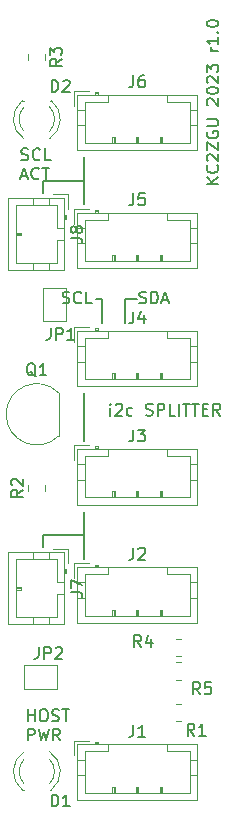
<source format=gbr>
%TF.GenerationSoftware,KiCad,Pcbnew,7.0.2*%
%TF.CreationDate,2023-07-26T10:45:46-04:00*%
%TF.ProjectId,i2csplitter,69326373-706c-4697-9474-65722e6b6963,rev?*%
%TF.SameCoordinates,Original*%
%TF.FileFunction,Legend,Top*%
%TF.FilePolarity,Positive*%
%FSLAX46Y46*%
G04 Gerber Fmt 4.6, Leading zero omitted, Abs format (unit mm)*
G04 Created by KiCad (PCBNEW 7.0.2) date 2023-07-26 10:45:46*
%MOMM*%
%LPD*%
G01*
G04 APERTURE LIST*
%ADD10C,0.150000*%
%ADD11C,0.120000*%
G04 APERTURE END LIST*
D10*
X115000000Y-65500000D02*
X114000000Y-65500000D01*
X107000000Y-55500000D02*
X110500000Y-55500000D01*
X112000000Y-65500000D02*
X112000000Y-67500000D01*
X110500000Y-57500000D02*
X110500000Y-53500000D01*
X107000000Y-85500000D02*
X107000000Y-86500000D01*
X114000000Y-65500000D02*
X114000000Y-67500000D01*
X110500000Y-85500000D02*
X107000000Y-85500000D01*
X111500000Y-65500000D02*
X112000000Y-65500000D01*
X110500000Y-87500000D02*
X110500000Y-83500000D01*
X110500000Y-77500000D02*
X110500000Y-73500000D01*
X107000000Y-56500000D02*
X107000000Y-55500000D01*
X115190476Y-65830000D02*
X115333333Y-65877619D01*
X115333333Y-65877619D02*
X115571428Y-65877619D01*
X115571428Y-65877619D02*
X115666666Y-65830000D01*
X115666666Y-65830000D02*
X115714285Y-65782380D01*
X115714285Y-65782380D02*
X115761904Y-65687142D01*
X115761904Y-65687142D02*
X115761904Y-65591904D01*
X115761904Y-65591904D02*
X115714285Y-65496666D01*
X115714285Y-65496666D02*
X115666666Y-65449047D01*
X115666666Y-65449047D02*
X115571428Y-65401428D01*
X115571428Y-65401428D02*
X115380952Y-65353809D01*
X115380952Y-65353809D02*
X115285714Y-65306190D01*
X115285714Y-65306190D02*
X115238095Y-65258571D01*
X115238095Y-65258571D02*
X115190476Y-65163333D01*
X115190476Y-65163333D02*
X115190476Y-65068095D01*
X115190476Y-65068095D02*
X115238095Y-64972857D01*
X115238095Y-64972857D02*
X115285714Y-64925238D01*
X115285714Y-64925238D02*
X115380952Y-64877619D01*
X115380952Y-64877619D02*
X115619047Y-64877619D01*
X115619047Y-64877619D02*
X115761904Y-64925238D01*
X116190476Y-65877619D02*
X116190476Y-64877619D01*
X116190476Y-64877619D02*
X116428571Y-64877619D01*
X116428571Y-64877619D02*
X116571428Y-64925238D01*
X116571428Y-64925238D02*
X116666666Y-65020476D01*
X116666666Y-65020476D02*
X116714285Y-65115714D01*
X116714285Y-65115714D02*
X116761904Y-65306190D01*
X116761904Y-65306190D02*
X116761904Y-65449047D01*
X116761904Y-65449047D02*
X116714285Y-65639523D01*
X116714285Y-65639523D02*
X116666666Y-65734761D01*
X116666666Y-65734761D02*
X116571428Y-65830000D01*
X116571428Y-65830000D02*
X116428571Y-65877619D01*
X116428571Y-65877619D02*
X116190476Y-65877619D01*
X117142857Y-65591904D02*
X117619047Y-65591904D01*
X117047619Y-65877619D02*
X117380952Y-64877619D01*
X117380952Y-64877619D02*
X117714285Y-65877619D01*
X108690476Y-65830000D02*
X108833333Y-65877619D01*
X108833333Y-65877619D02*
X109071428Y-65877619D01*
X109071428Y-65877619D02*
X109166666Y-65830000D01*
X109166666Y-65830000D02*
X109214285Y-65782380D01*
X109214285Y-65782380D02*
X109261904Y-65687142D01*
X109261904Y-65687142D02*
X109261904Y-65591904D01*
X109261904Y-65591904D02*
X109214285Y-65496666D01*
X109214285Y-65496666D02*
X109166666Y-65449047D01*
X109166666Y-65449047D02*
X109071428Y-65401428D01*
X109071428Y-65401428D02*
X108880952Y-65353809D01*
X108880952Y-65353809D02*
X108785714Y-65306190D01*
X108785714Y-65306190D02*
X108738095Y-65258571D01*
X108738095Y-65258571D02*
X108690476Y-65163333D01*
X108690476Y-65163333D02*
X108690476Y-65068095D01*
X108690476Y-65068095D02*
X108738095Y-64972857D01*
X108738095Y-64972857D02*
X108785714Y-64925238D01*
X108785714Y-64925238D02*
X108880952Y-64877619D01*
X108880952Y-64877619D02*
X109119047Y-64877619D01*
X109119047Y-64877619D02*
X109261904Y-64925238D01*
X110261904Y-65782380D02*
X110214285Y-65830000D01*
X110214285Y-65830000D02*
X110071428Y-65877619D01*
X110071428Y-65877619D02*
X109976190Y-65877619D01*
X109976190Y-65877619D02*
X109833333Y-65830000D01*
X109833333Y-65830000D02*
X109738095Y-65734761D01*
X109738095Y-65734761D02*
X109690476Y-65639523D01*
X109690476Y-65639523D02*
X109642857Y-65449047D01*
X109642857Y-65449047D02*
X109642857Y-65306190D01*
X109642857Y-65306190D02*
X109690476Y-65115714D01*
X109690476Y-65115714D02*
X109738095Y-65020476D01*
X109738095Y-65020476D02*
X109833333Y-64925238D01*
X109833333Y-64925238D02*
X109976190Y-64877619D01*
X109976190Y-64877619D02*
X110071428Y-64877619D01*
X110071428Y-64877619D02*
X110214285Y-64925238D01*
X110214285Y-64925238D02*
X110261904Y-64972857D01*
X111166666Y-65877619D02*
X110690476Y-65877619D01*
X110690476Y-65877619D02*
X110690476Y-64877619D01*
X105190476Y-53710000D02*
X105333333Y-53757619D01*
X105333333Y-53757619D02*
X105571428Y-53757619D01*
X105571428Y-53757619D02*
X105666666Y-53710000D01*
X105666666Y-53710000D02*
X105714285Y-53662380D01*
X105714285Y-53662380D02*
X105761904Y-53567142D01*
X105761904Y-53567142D02*
X105761904Y-53471904D01*
X105761904Y-53471904D02*
X105714285Y-53376666D01*
X105714285Y-53376666D02*
X105666666Y-53329047D01*
X105666666Y-53329047D02*
X105571428Y-53281428D01*
X105571428Y-53281428D02*
X105380952Y-53233809D01*
X105380952Y-53233809D02*
X105285714Y-53186190D01*
X105285714Y-53186190D02*
X105238095Y-53138571D01*
X105238095Y-53138571D02*
X105190476Y-53043333D01*
X105190476Y-53043333D02*
X105190476Y-52948095D01*
X105190476Y-52948095D02*
X105238095Y-52852857D01*
X105238095Y-52852857D02*
X105285714Y-52805238D01*
X105285714Y-52805238D02*
X105380952Y-52757619D01*
X105380952Y-52757619D02*
X105619047Y-52757619D01*
X105619047Y-52757619D02*
X105761904Y-52805238D01*
X106761904Y-53662380D02*
X106714285Y-53710000D01*
X106714285Y-53710000D02*
X106571428Y-53757619D01*
X106571428Y-53757619D02*
X106476190Y-53757619D01*
X106476190Y-53757619D02*
X106333333Y-53710000D01*
X106333333Y-53710000D02*
X106238095Y-53614761D01*
X106238095Y-53614761D02*
X106190476Y-53519523D01*
X106190476Y-53519523D02*
X106142857Y-53329047D01*
X106142857Y-53329047D02*
X106142857Y-53186190D01*
X106142857Y-53186190D02*
X106190476Y-52995714D01*
X106190476Y-52995714D02*
X106238095Y-52900476D01*
X106238095Y-52900476D02*
X106333333Y-52805238D01*
X106333333Y-52805238D02*
X106476190Y-52757619D01*
X106476190Y-52757619D02*
X106571428Y-52757619D01*
X106571428Y-52757619D02*
X106714285Y-52805238D01*
X106714285Y-52805238D02*
X106761904Y-52852857D01*
X107666666Y-53757619D02*
X107190476Y-53757619D01*
X107190476Y-53757619D02*
X107190476Y-52757619D01*
X105190476Y-55091904D02*
X105666666Y-55091904D01*
X105095238Y-55377619D02*
X105428571Y-54377619D01*
X105428571Y-54377619D02*
X105761904Y-55377619D01*
X106666666Y-55282380D02*
X106619047Y-55330000D01*
X106619047Y-55330000D02*
X106476190Y-55377619D01*
X106476190Y-55377619D02*
X106380952Y-55377619D01*
X106380952Y-55377619D02*
X106238095Y-55330000D01*
X106238095Y-55330000D02*
X106142857Y-55234761D01*
X106142857Y-55234761D02*
X106095238Y-55139523D01*
X106095238Y-55139523D02*
X106047619Y-54949047D01*
X106047619Y-54949047D02*
X106047619Y-54806190D01*
X106047619Y-54806190D02*
X106095238Y-54615714D01*
X106095238Y-54615714D02*
X106142857Y-54520476D01*
X106142857Y-54520476D02*
X106238095Y-54425238D01*
X106238095Y-54425238D02*
X106380952Y-54377619D01*
X106380952Y-54377619D02*
X106476190Y-54377619D01*
X106476190Y-54377619D02*
X106619047Y-54425238D01*
X106619047Y-54425238D02*
X106666666Y-54472857D01*
X106952381Y-54377619D02*
X107523809Y-54377619D01*
X107238095Y-55377619D02*
X107238095Y-54377619D01*
X105738095Y-101257619D02*
X105738095Y-100257619D01*
X105738095Y-100733809D02*
X106309523Y-100733809D01*
X106309523Y-101257619D02*
X106309523Y-100257619D01*
X106976190Y-100257619D02*
X107166666Y-100257619D01*
X107166666Y-100257619D02*
X107261904Y-100305238D01*
X107261904Y-100305238D02*
X107357142Y-100400476D01*
X107357142Y-100400476D02*
X107404761Y-100590952D01*
X107404761Y-100590952D02*
X107404761Y-100924285D01*
X107404761Y-100924285D02*
X107357142Y-101114761D01*
X107357142Y-101114761D02*
X107261904Y-101210000D01*
X107261904Y-101210000D02*
X107166666Y-101257619D01*
X107166666Y-101257619D02*
X106976190Y-101257619D01*
X106976190Y-101257619D02*
X106880952Y-101210000D01*
X106880952Y-101210000D02*
X106785714Y-101114761D01*
X106785714Y-101114761D02*
X106738095Y-100924285D01*
X106738095Y-100924285D02*
X106738095Y-100590952D01*
X106738095Y-100590952D02*
X106785714Y-100400476D01*
X106785714Y-100400476D02*
X106880952Y-100305238D01*
X106880952Y-100305238D02*
X106976190Y-100257619D01*
X107785714Y-101210000D02*
X107928571Y-101257619D01*
X107928571Y-101257619D02*
X108166666Y-101257619D01*
X108166666Y-101257619D02*
X108261904Y-101210000D01*
X108261904Y-101210000D02*
X108309523Y-101162380D01*
X108309523Y-101162380D02*
X108357142Y-101067142D01*
X108357142Y-101067142D02*
X108357142Y-100971904D01*
X108357142Y-100971904D02*
X108309523Y-100876666D01*
X108309523Y-100876666D02*
X108261904Y-100829047D01*
X108261904Y-100829047D02*
X108166666Y-100781428D01*
X108166666Y-100781428D02*
X107976190Y-100733809D01*
X107976190Y-100733809D02*
X107880952Y-100686190D01*
X107880952Y-100686190D02*
X107833333Y-100638571D01*
X107833333Y-100638571D02*
X107785714Y-100543333D01*
X107785714Y-100543333D02*
X107785714Y-100448095D01*
X107785714Y-100448095D02*
X107833333Y-100352857D01*
X107833333Y-100352857D02*
X107880952Y-100305238D01*
X107880952Y-100305238D02*
X107976190Y-100257619D01*
X107976190Y-100257619D02*
X108214285Y-100257619D01*
X108214285Y-100257619D02*
X108357142Y-100305238D01*
X108642857Y-100257619D02*
X109214285Y-100257619D01*
X108928571Y-101257619D02*
X108928571Y-100257619D01*
X105738095Y-102877619D02*
X105738095Y-101877619D01*
X105738095Y-101877619D02*
X106119047Y-101877619D01*
X106119047Y-101877619D02*
X106214285Y-101925238D01*
X106214285Y-101925238D02*
X106261904Y-101972857D01*
X106261904Y-101972857D02*
X106309523Y-102068095D01*
X106309523Y-102068095D02*
X106309523Y-102210952D01*
X106309523Y-102210952D02*
X106261904Y-102306190D01*
X106261904Y-102306190D02*
X106214285Y-102353809D01*
X106214285Y-102353809D02*
X106119047Y-102401428D01*
X106119047Y-102401428D02*
X105738095Y-102401428D01*
X106642857Y-101877619D02*
X106880952Y-102877619D01*
X106880952Y-102877619D02*
X107071428Y-102163333D01*
X107071428Y-102163333D02*
X107261904Y-102877619D01*
X107261904Y-102877619D02*
X107500000Y-101877619D01*
X108452380Y-102877619D02*
X108119047Y-102401428D01*
X107880952Y-102877619D02*
X107880952Y-101877619D01*
X107880952Y-101877619D02*
X108261904Y-101877619D01*
X108261904Y-101877619D02*
X108357142Y-101925238D01*
X108357142Y-101925238D02*
X108404761Y-101972857D01*
X108404761Y-101972857D02*
X108452380Y-102068095D01*
X108452380Y-102068095D02*
X108452380Y-102210952D01*
X108452380Y-102210952D02*
X108404761Y-102306190D01*
X108404761Y-102306190D02*
X108357142Y-102353809D01*
X108357142Y-102353809D02*
X108261904Y-102401428D01*
X108261904Y-102401428D02*
X107880952Y-102401428D01*
X112738095Y-75377619D02*
X112738095Y-74710952D01*
X112738095Y-74377619D02*
X112690476Y-74425238D01*
X112690476Y-74425238D02*
X112738095Y-74472857D01*
X112738095Y-74472857D02*
X112785714Y-74425238D01*
X112785714Y-74425238D02*
X112738095Y-74377619D01*
X112738095Y-74377619D02*
X112738095Y-74472857D01*
X113166666Y-74472857D02*
X113214285Y-74425238D01*
X113214285Y-74425238D02*
X113309523Y-74377619D01*
X113309523Y-74377619D02*
X113547618Y-74377619D01*
X113547618Y-74377619D02*
X113642856Y-74425238D01*
X113642856Y-74425238D02*
X113690475Y-74472857D01*
X113690475Y-74472857D02*
X113738094Y-74568095D01*
X113738094Y-74568095D02*
X113738094Y-74663333D01*
X113738094Y-74663333D02*
X113690475Y-74806190D01*
X113690475Y-74806190D02*
X113119047Y-75377619D01*
X113119047Y-75377619D02*
X113738094Y-75377619D01*
X114595237Y-75330000D02*
X114499999Y-75377619D01*
X114499999Y-75377619D02*
X114309523Y-75377619D01*
X114309523Y-75377619D02*
X114214285Y-75330000D01*
X114214285Y-75330000D02*
X114166666Y-75282380D01*
X114166666Y-75282380D02*
X114119047Y-75187142D01*
X114119047Y-75187142D02*
X114119047Y-74901428D01*
X114119047Y-74901428D02*
X114166666Y-74806190D01*
X114166666Y-74806190D02*
X114214285Y-74758571D01*
X114214285Y-74758571D02*
X114309523Y-74710952D01*
X114309523Y-74710952D02*
X114499999Y-74710952D01*
X114499999Y-74710952D02*
X114595237Y-74758571D01*
X115738095Y-75330000D02*
X115880952Y-75377619D01*
X115880952Y-75377619D02*
X116119047Y-75377619D01*
X116119047Y-75377619D02*
X116214285Y-75330000D01*
X116214285Y-75330000D02*
X116261904Y-75282380D01*
X116261904Y-75282380D02*
X116309523Y-75187142D01*
X116309523Y-75187142D02*
X116309523Y-75091904D01*
X116309523Y-75091904D02*
X116261904Y-74996666D01*
X116261904Y-74996666D02*
X116214285Y-74949047D01*
X116214285Y-74949047D02*
X116119047Y-74901428D01*
X116119047Y-74901428D02*
X115928571Y-74853809D01*
X115928571Y-74853809D02*
X115833333Y-74806190D01*
X115833333Y-74806190D02*
X115785714Y-74758571D01*
X115785714Y-74758571D02*
X115738095Y-74663333D01*
X115738095Y-74663333D02*
X115738095Y-74568095D01*
X115738095Y-74568095D02*
X115785714Y-74472857D01*
X115785714Y-74472857D02*
X115833333Y-74425238D01*
X115833333Y-74425238D02*
X115928571Y-74377619D01*
X115928571Y-74377619D02*
X116166666Y-74377619D01*
X116166666Y-74377619D02*
X116309523Y-74425238D01*
X116738095Y-75377619D02*
X116738095Y-74377619D01*
X116738095Y-74377619D02*
X117119047Y-74377619D01*
X117119047Y-74377619D02*
X117214285Y-74425238D01*
X117214285Y-74425238D02*
X117261904Y-74472857D01*
X117261904Y-74472857D02*
X117309523Y-74568095D01*
X117309523Y-74568095D02*
X117309523Y-74710952D01*
X117309523Y-74710952D02*
X117261904Y-74806190D01*
X117261904Y-74806190D02*
X117214285Y-74853809D01*
X117214285Y-74853809D02*
X117119047Y-74901428D01*
X117119047Y-74901428D02*
X116738095Y-74901428D01*
X118214285Y-75377619D02*
X117738095Y-75377619D01*
X117738095Y-75377619D02*
X117738095Y-74377619D01*
X118547619Y-75377619D02*
X118547619Y-74377619D01*
X118880952Y-74377619D02*
X119452380Y-74377619D01*
X119166666Y-75377619D02*
X119166666Y-74377619D01*
X119642857Y-74377619D02*
X120214285Y-74377619D01*
X119928571Y-75377619D02*
X119928571Y-74377619D01*
X120547619Y-74853809D02*
X120880952Y-74853809D01*
X121023809Y-75377619D02*
X120547619Y-75377619D01*
X120547619Y-75377619D02*
X120547619Y-74377619D01*
X120547619Y-74377619D02*
X121023809Y-74377619D01*
X122023809Y-75377619D02*
X121690476Y-74901428D01*
X121452381Y-75377619D02*
X121452381Y-74377619D01*
X121452381Y-74377619D02*
X121833333Y-74377619D01*
X121833333Y-74377619D02*
X121928571Y-74425238D01*
X121928571Y-74425238D02*
X121976190Y-74472857D01*
X121976190Y-74472857D02*
X122023809Y-74568095D01*
X122023809Y-74568095D02*
X122023809Y-74710952D01*
X122023809Y-74710952D02*
X121976190Y-74806190D01*
X121976190Y-74806190D02*
X121928571Y-74853809D01*
X121928571Y-74853809D02*
X121833333Y-74901428D01*
X121833333Y-74901428D02*
X121452381Y-74901428D01*
X121877619Y-55761904D02*
X120877619Y-55761904D01*
X121877619Y-55190476D02*
X121306190Y-55619047D01*
X120877619Y-55190476D02*
X121449047Y-55761904D01*
X121782380Y-54190476D02*
X121830000Y-54238095D01*
X121830000Y-54238095D02*
X121877619Y-54380952D01*
X121877619Y-54380952D02*
X121877619Y-54476190D01*
X121877619Y-54476190D02*
X121830000Y-54619047D01*
X121830000Y-54619047D02*
X121734761Y-54714285D01*
X121734761Y-54714285D02*
X121639523Y-54761904D01*
X121639523Y-54761904D02*
X121449047Y-54809523D01*
X121449047Y-54809523D02*
X121306190Y-54809523D01*
X121306190Y-54809523D02*
X121115714Y-54761904D01*
X121115714Y-54761904D02*
X121020476Y-54714285D01*
X121020476Y-54714285D02*
X120925238Y-54619047D01*
X120925238Y-54619047D02*
X120877619Y-54476190D01*
X120877619Y-54476190D02*
X120877619Y-54380952D01*
X120877619Y-54380952D02*
X120925238Y-54238095D01*
X120925238Y-54238095D02*
X120972857Y-54190476D01*
X120972857Y-53809523D02*
X120925238Y-53761904D01*
X120925238Y-53761904D02*
X120877619Y-53666666D01*
X120877619Y-53666666D02*
X120877619Y-53428571D01*
X120877619Y-53428571D02*
X120925238Y-53333333D01*
X120925238Y-53333333D02*
X120972857Y-53285714D01*
X120972857Y-53285714D02*
X121068095Y-53238095D01*
X121068095Y-53238095D02*
X121163333Y-53238095D01*
X121163333Y-53238095D02*
X121306190Y-53285714D01*
X121306190Y-53285714D02*
X121877619Y-53857142D01*
X121877619Y-53857142D02*
X121877619Y-53238095D01*
X120877619Y-52904761D02*
X120877619Y-52238095D01*
X120877619Y-52238095D02*
X121877619Y-52904761D01*
X121877619Y-52904761D02*
X121877619Y-52238095D01*
X120925238Y-51333333D02*
X120877619Y-51428571D01*
X120877619Y-51428571D02*
X120877619Y-51571428D01*
X120877619Y-51571428D02*
X120925238Y-51714285D01*
X120925238Y-51714285D02*
X121020476Y-51809523D01*
X121020476Y-51809523D02*
X121115714Y-51857142D01*
X121115714Y-51857142D02*
X121306190Y-51904761D01*
X121306190Y-51904761D02*
X121449047Y-51904761D01*
X121449047Y-51904761D02*
X121639523Y-51857142D01*
X121639523Y-51857142D02*
X121734761Y-51809523D01*
X121734761Y-51809523D02*
X121830000Y-51714285D01*
X121830000Y-51714285D02*
X121877619Y-51571428D01*
X121877619Y-51571428D02*
X121877619Y-51476190D01*
X121877619Y-51476190D02*
X121830000Y-51333333D01*
X121830000Y-51333333D02*
X121782380Y-51285714D01*
X121782380Y-51285714D02*
X121449047Y-51285714D01*
X121449047Y-51285714D02*
X121449047Y-51476190D01*
X120877619Y-50857142D02*
X121687142Y-50857142D01*
X121687142Y-50857142D02*
X121782380Y-50809523D01*
X121782380Y-50809523D02*
X121830000Y-50761904D01*
X121830000Y-50761904D02*
X121877619Y-50666666D01*
X121877619Y-50666666D02*
X121877619Y-50476190D01*
X121877619Y-50476190D02*
X121830000Y-50380952D01*
X121830000Y-50380952D02*
X121782380Y-50333333D01*
X121782380Y-50333333D02*
X121687142Y-50285714D01*
X121687142Y-50285714D02*
X120877619Y-50285714D01*
X120972857Y-49095237D02*
X120925238Y-49047618D01*
X120925238Y-49047618D02*
X120877619Y-48952380D01*
X120877619Y-48952380D02*
X120877619Y-48714285D01*
X120877619Y-48714285D02*
X120925238Y-48619047D01*
X120925238Y-48619047D02*
X120972857Y-48571428D01*
X120972857Y-48571428D02*
X121068095Y-48523809D01*
X121068095Y-48523809D02*
X121163333Y-48523809D01*
X121163333Y-48523809D02*
X121306190Y-48571428D01*
X121306190Y-48571428D02*
X121877619Y-49142856D01*
X121877619Y-49142856D02*
X121877619Y-48523809D01*
X120877619Y-47904761D02*
X120877619Y-47809523D01*
X120877619Y-47809523D02*
X120925238Y-47714285D01*
X120925238Y-47714285D02*
X120972857Y-47666666D01*
X120972857Y-47666666D02*
X121068095Y-47619047D01*
X121068095Y-47619047D02*
X121258571Y-47571428D01*
X121258571Y-47571428D02*
X121496666Y-47571428D01*
X121496666Y-47571428D02*
X121687142Y-47619047D01*
X121687142Y-47619047D02*
X121782380Y-47666666D01*
X121782380Y-47666666D02*
X121830000Y-47714285D01*
X121830000Y-47714285D02*
X121877619Y-47809523D01*
X121877619Y-47809523D02*
X121877619Y-47904761D01*
X121877619Y-47904761D02*
X121830000Y-47999999D01*
X121830000Y-47999999D02*
X121782380Y-48047618D01*
X121782380Y-48047618D02*
X121687142Y-48095237D01*
X121687142Y-48095237D02*
X121496666Y-48142856D01*
X121496666Y-48142856D02*
X121258571Y-48142856D01*
X121258571Y-48142856D02*
X121068095Y-48095237D01*
X121068095Y-48095237D02*
X120972857Y-48047618D01*
X120972857Y-48047618D02*
X120925238Y-47999999D01*
X120925238Y-47999999D02*
X120877619Y-47904761D01*
X120972857Y-47190475D02*
X120925238Y-47142856D01*
X120925238Y-47142856D02*
X120877619Y-47047618D01*
X120877619Y-47047618D02*
X120877619Y-46809523D01*
X120877619Y-46809523D02*
X120925238Y-46714285D01*
X120925238Y-46714285D02*
X120972857Y-46666666D01*
X120972857Y-46666666D02*
X121068095Y-46619047D01*
X121068095Y-46619047D02*
X121163333Y-46619047D01*
X121163333Y-46619047D02*
X121306190Y-46666666D01*
X121306190Y-46666666D02*
X121877619Y-47238094D01*
X121877619Y-47238094D02*
X121877619Y-46619047D01*
X120877619Y-46285713D02*
X120877619Y-45666666D01*
X120877619Y-45666666D02*
X121258571Y-45999999D01*
X121258571Y-45999999D02*
X121258571Y-45857142D01*
X121258571Y-45857142D02*
X121306190Y-45761904D01*
X121306190Y-45761904D02*
X121353809Y-45714285D01*
X121353809Y-45714285D02*
X121449047Y-45666666D01*
X121449047Y-45666666D02*
X121687142Y-45666666D01*
X121687142Y-45666666D02*
X121782380Y-45714285D01*
X121782380Y-45714285D02*
X121830000Y-45761904D01*
X121830000Y-45761904D02*
X121877619Y-45857142D01*
X121877619Y-45857142D02*
X121877619Y-46142856D01*
X121877619Y-46142856D02*
X121830000Y-46238094D01*
X121830000Y-46238094D02*
X121782380Y-46285713D01*
X121877619Y-44476189D02*
X121210952Y-44476189D01*
X121401428Y-44476189D02*
X121306190Y-44428570D01*
X121306190Y-44428570D02*
X121258571Y-44380951D01*
X121258571Y-44380951D02*
X121210952Y-44285713D01*
X121210952Y-44285713D02*
X121210952Y-44190475D01*
X121877619Y-43333332D02*
X121877619Y-43904760D01*
X121877619Y-43619046D02*
X120877619Y-43619046D01*
X120877619Y-43619046D02*
X121020476Y-43714284D01*
X121020476Y-43714284D02*
X121115714Y-43809522D01*
X121115714Y-43809522D02*
X121163333Y-43904760D01*
X121782380Y-42904760D02*
X121830000Y-42857141D01*
X121830000Y-42857141D02*
X121877619Y-42904760D01*
X121877619Y-42904760D02*
X121830000Y-42952379D01*
X121830000Y-42952379D02*
X121782380Y-42904760D01*
X121782380Y-42904760D02*
X121877619Y-42904760D01*
X120877619Y-42238094D02*
X120877619Y-42142856D01*
X120877619Y-42142856D02*
X120925238Y-42047618D01*
X120925238Y-42047618D02*
X120972857Y-41999999D01*
X120972857Y-41999999D02*
X121068095Y-41952380D01*
X121068095Y-41952380D02*
X121258571Y-41904761D01*
X121258571Y-41904761D02*
X121496666Y-41904761D01*
X121496666Y-41904761D02*
X121687142Y-41952380D01*
X121687142Y-41952380D02*
X121782380Y-41999999D01*
X121782380Y-41999999D02*
X121830000Y-42047618D01*
X121830000Y-42047618D02*
X121877619Y-42142856D01*
X121877619Y-42142856D02*
X121877619Y-42238094D01*
X121877619Y-42238094D02*
X121830000Y-42333332D01*
X121830000Y-42333332D02*
X121782380Y-42380951D01*
X121782380Y-42380951D02*
X121687142Y-42428570D01*
X121687142Y-42428570D02*
X121496666Y-42476189D01*
X121496666Y-42476189D02*
X121258571Y-42476189D01*
X121258571Y-42476189D02*
X121068095Y-42428570D01*
X121068095Y-42428570D02*
X120972857Y-42380951D01*
X120972857Y-42380951D02*
X120925238Y-42333332D01*
X120925238Y-42333332D02*
X120877619Y-42238094D01*
%TO.C,J4*%
X114666666Y-66562619D02*
X114666666Y-67276904D01*
X114666666Y-67276904D02*
X114619047Y-67419761D01*
X114619047Y-67419761D02*
X114523809Y-67515000D01*
X114523809Y-67515000D02*
X114380952Y-67562619D01*
X114380952Y-67562619D02*
X114285714Y-67562619D01*
X115571428Y-66895952D02*
X115571428Y-67562619D01*
X115333333Y-66515000D02*
X115095238Y-67229285D01*
X115095238Y-67229285D02*
X115714285Y-67229285D01*
%TO.C,R5*%
X120333333Y-98962619D02*
X120000000Y-98486428D01*
X119761905Y-98962619D02*
X119761905Y-97962619D01*
X119761905Y-97962619D02*
X120142857Y-97962619D01*
X120142857Y-97962619D02*
X120238095Y-98010238D01*
X120238095Y-98010238D02*
X120285714Y-98057857D01*
X120285714Y-98057857D02*
X120333333Y-98153095D01*
X120333333Y-98153095D02*
X120333333Y-98295952D01*
X120333333Y-98295952D02*
X120285714Y-98391190D01*
X120285714Y-98391190D02*
X120238095Y-98438809D01*
X120238095Y-98438809D02*
X120142857Y-98486428D01*
X120142857Y-98486428D02*
X119761905Y-98486428D01*
X121238095Y-97962619D02*
X120761905Y-97962619D01*
X120761905Y-97962619D02*
X120714286Y-98438809D01*
X120714286Y-98438809D02*
X120761905Y-98391190D01*
X120761905Y-98391190D02*
X120857143Y-98343571D01*
X120857143Y-98343571D02*
X121095238Y-98343571D01*
X121095238Y-98343571D02*
X121190476Y-98391190D01*
X121190476Y-98391190D02*
X121238095Y-98438809D01*
X121238095Y-98438809D02*
X121285714Y-98534047D01*
X121285714Y-98534047D02*
X121285714Y-98772142D01*
X121285714Y-98772142D02*
X121238095Y-98867380D01*
X121238095Y-98867380D02*
X121190476Y-98915000D01*
X121190476Y-98915000D02*
X121095238Y-98962619D01*
X121095238Y-98962619D02*
X120857143Y-98962619D01*
X120857143Y-98962619D02*
X120761905Y-98915000D01*
X120761905Y-98915000D02*
X120714286Y-98867380D01*
%TO.C,D1*%
X107761905Y-108462619D02*
X107761905Y-107462619D01*
X107761905Y-107462619D02*
X108000000Y-107462619D01*
X108000000Y-107462619D02*
X108142857Y-107510238D01*
X108142857Y-107510238D02*
X108238095Y-107605476D01*
X108238095Y-107605476D02*
X108285714Y-107700714D01*
X108285714Y-107700714D02*
X108333333Y-107891190D01*
X108333333Y-107891190D02*
X108333333Y-108034047D01*
X108333333Y-108034047D02*
X108285714Y-108224523D01*
X108285714Y-108224523D02*
X108238095Y-108319761D01*
X108238095Y-108319761D02*
X108142857Y-108415000D01*
X108142857Y-108415000D02*
X108000000Y-108462619D01*
X108000000Y-108462619D02*
X107761905Y-108462619D01*
X109285714Y-108462619D02*
X108714286Y-108462619D01*
X109000000Y-108462619D02*
X109000000Y-107462619D01*
X109000000Y-107462619D02*
X108904762Y-107605476D01*
X108904762Y-107605476D02*
X108809524Y-107700714D01*
X108809524Y-107700714D02*
X108714286Y-107748333D01*
%TO.C,Q1*%
X106404761Y-72057857D02*
X106309523Y-72010238D01*
X106309523Y-72010238D02*
X106214285Y-71915000D01*
X106214285Y-71915000D02*
X106071428Y-71772142D01*
X106071428Y-71772142D02*
X105976190Y-71724523D01*
X105976190Y-71724523D02*
X105880952Y-71724523D01*
X105928571Y-71962619D02*
X105833333Y-71915000D01*
X105833333Y-71915000D02*
X105738095Y-71819761D01*
X105738095Y-71819761D02*
X105690476Y-71629285D01*
X105690476Y-71629285D02*
X105690476Y-71295952D01*
X105690476Y-71295952D02*
X105738095Y-71105476D01*
X105738095Y-71105476D02*
X105833333Y-71010238D01*
X105833333Y-71010238D02*
X105928571Y-70962619D01*
X105928571Y-70962619D02*
X106119047Y-70962619D01*
X106119047Y-70962619D02*
X106214285Y-71010238D01*
X106214285Y-71010238D02*
X106309523Y-71105476D01*
X106309523Y-71105476D02*
X106357142Y-71295952D01*
X106357142Y-71295952D02*
X106357142Y-71629285D01*
X106357142Y-71629285D02*
X106309523Y-71819761D01*
X106309523Y-71819761D02*
X106214285Y-71915000D01*
X106214285Y-71915000D02*
X106119047Y-71962619D01*
X106119047Y-71962619D02*
X105928571Y-71962619D01*
X107309523Y-71962619D02*
X106738095Y-71962619D01*
X107023809Y-71962619D02*
X107023809Y-70962619D01*
X107023809Y-70962619D02*
X106928571Y-71105476D01*
X106928571Y-71105476D02*
X106833333Y-71200714D01*
X106833333Y-71200714D02*
X106738095Y-71248333D01*
%TO.C,J5*%
X114666666Y-56562619D02*
X114666666Y-57276904D01*
X114666666Y-57276904D02*
X114619047Y-57419761D01*
X114619047Y-57419761D02*
X114523809Y-57515000D01*
X114523809Y-57515000D02*
X114380952Y-57562619D01*
X114380952Y-57562619D02*
X114285714Y-57562619D01*
X115619047Y-56562619D02*
X115142857Y-56562619D01*
X115142857Y-56562619D02*
X115095238Y-57038809D01*
X115095238Y-57038809D02*
X115142857Y-56991190D01*
X115142857Y-56991190D02*
X115238095Y-56943571D01*
X115238095Y-56943571D02*
X115476190Y-56943571D01*
X115476190Y-56943571D02*
X115571428Y-56991190D01*
X115571428Y-56991190D02*
X115619047Y-57038809D01*
X115619047Y-57038809D02*
X115666666Y-57134047D01*
X115666666Y-57134047D02*
X115666666Y-57372142D01*
X115666666Y-57372142D02*
X115619047Y-57467380D01*
X115619047Y-57467380D02*
X115571428Y-57515000D01*
X115571428Y-57515000D02*
X115476190Y-57562619D01*
X115476190Y-57562619D02*
X115238095Y-57562619D01*
X115238095Y-57562619D02*
X115142857Y-57515000D01*
X115142857Y-57515000D02*
X115095238Y-57467380D01*
%TO.C,R3*%
X108612619Y-45166666D02*
X108136428Y-45499999D01*
X108612619Y-45738094D02*
X107612619Y-45738094D01*
X107612619Y-45738094D02*
X107612619Y-45357142D01*
X107612619Y-45357142D02*
X107660238Y-45261904D01*
X107660238Y-45261904D02*
X107707857Y-45214285D01*
X107707857Y-45214285D02*
X107803095Y-45166666D01*
X107803095Y-45166666D02*
X107945952Y-45166666D01*
X107945952Y-45166666D02*
X108041190Y-45214285D01*
X108041190Y-45214285D02*
X108088809Y-45261904D01*
X108088809Y-45261904D02*
X108136428Y-45357142D01*
X108136428Y-45357142D02*
X108136428Y-45738094D01*
X107612619Y-44833332D02*
X107612619Y-44214285D01*
X107612619Y-44214285D02*
X107993571Y-44547618D01*
X107993571Y-44547618D02*
X107993571Y-44404761D01*
X107993571Y-44404761D02*
X108041190Y-44309523D01*
X108041190Y-44309523D02*
X108088809Y-44261904D01*
X108088809Y-44261904D02*
X108184047Y-44214285D01*
X108184047Y-44214285D02*
X108422142Y-44214285D01*
X108422142Y-44214285D02*
X108517380Y-44261904D01*
X108517380Y-44261904D02*
X108565000Y-44309523D01*
X108565000Y-44309523D02*
X108612619Y-44404761D01*
X108612619Y-44404761D02*
X108612619Y-44690475D01*
X108612619Y-44690475D02*
X108565000Y-44785713D01*
X108565000Y-44785713D02*
X108517380Y-44833332D01*
%TO.C,J8*%
X109362619Y-60333333D02*
X110076904Y-60333333D01*
X110076904Y-60333333D02*
X110219761Y-60380952D01*
X110219761Y-60380952D02*
X110315000Y-60476190D01*
X110315000Y-60476190D02*
X110362619Y-60619047D01*
X110362619Y-60619047D02*
X110362619Y-60714285D01*
X109791190Y-59714285D02*
X109743571Y-59809523D01*
X109743571Y-59809523D02*
X109695952Y-59857142D01*
X109695952Y-59857142D02*
X109600714Y-59904761D01*
X109600714Y-59904761D02*
X109553095Y-59904761D01*
X109553095Y-59904761D02*
X109457857Y-59857142D01*
X109457857Y-59857142D02*
X109410238Y-59809523D01*
X109410238Y-59809523D02*
X109362619Y-59714285D01*
X109362619Y-59714285D02*
X109362619Y-59523809D01*
X109362619Y-59523809D02*
X109410238Y-59428571D01*
X109410238Y-59428571D02*
X109457857Y-59380952D01*
X109457857Y-59380952D02*
X109553095Y-59333333D01*
X109553095Y-59333333D02*
X109600714Y-59333333D01*
X109600714Y-59333333D02*
X109695952Y-59380952D01*
X109695952Y-59380952D02*
X109743571Y-59428571D01*
X109743571Y-59428571D02*
X109791190Y-59523809D01*
X109791190Y-59523809D02*
X109791190Y-59714285D01*
X109791190Y-59714285D02*
X109838809Y-59809523D01*
X109838809Y-59809523D02*
X109886428Y-59857142D01*
X109886428Y-59857142D02*
X109981666Y-59904761D01*
X109981666Y-59904761D02*
X110172142Y-59904761D01*
X110172142Y-59904761D02*
X110267380Y-59857142D01*
X110267380Y-59857142D02*
X110315000Y-59809523D01*
X110315000Y-59809523D02*
X110362619Y-59714285D01*
X110362619Y-59714285D02*
X110362619Y-59523809D01*
X110362619Y-59523809D02*
X110315000Y-59428571D01*
X110315000Y-59428571D02*
X110267380Y-59380952D01*
X110267380Y-59380952D02*
X110172142Y-59333333D01*
X110172142Y-59333333D02*
X109981666Y-59333333D01*
X109981666Y-59333333D02*
X109886428Y-59380952D01*
X109886428Y-59380952D02*
X109838809Y-59428571D01*
X109838809Y-59428571D02*
X109791190Y-59523809D01*
%TO.C,D2*%
X107761905Y-47962619D02*
X107761905Y-46962619D01*
X107761905Y-46962619D02*
X108000000Y-46962619D01*
X108000000Y-46962619D02*
X108142857Y-47010238D01*
X108142857Y-47010238D02*
X108238095Y-47105476D01*
X108238095Y-47105476D02*
X108285714Y-47200714D01*
X108285714Y-47200714D02*
X108333333Y-47391190D01*
X108333333Y-47391190D02*
X108333333Y-47534047D01*
X108333333Y-47534047D02*
X108285714Y-47724523D01*
X108285714Y-47724523D02*
X108238095Y-47819761D01*
X108238095Y-47819761D02*
X108142857Y-47915000D01*
X108142857Y-47915000D02*
X108000000Y-47962619D01*
X108000000Y-47962619D02*
X107761905Y-47962619D01*
X108714286Y-47057857D02*
X108761905Y-47010238D01*
X108761905Y-47010238D02*
X108857143Y-46962619D01*
X108857143Y-46962619D02*
X109095238Y-46962619D01*
X109095238Y-46962619D02*
X109190476Y-47010238D01*
X109190476Y-47010238D02*
X109238095Y-47057857D01*
X109238095Y-47057857D02*
X109285714Y-47153095D01*
X109285714Y-47153095D02*
X109285714Y-47248333D01*
X109285714Y-47248333D02*
X109238095Y-47391190D01*
X109238095Y-47391190D02*
X108666667Y-47962619D01*
X108666667Y-47962619D02*
X109285714Y-47962619D01*
%TO.C,R4*%
X115333333Y-94962619D02*
X115000000Y-94486428D01*
X114761905Y-94962619D02*
X114761905Y-93962619D01*
X114761905Y-93962619D02*
X115142857Y-93962619D01*
X115142857Y-93962619D02*
X115238095Y-94010238D01*
X115238095Y-94010238D02*
X115285714Y-94057857D01*
X115285714Y-94057857D02*
X115333333Y-94153095D01*
X115333333Y-94153095D02*
X115333333Y-94295952D01*
X115333333Y-94295952D02*
X115285714Y-94391190D01*
X115285714Y-94391190D02*
X115238095Y-94438809D01*
X115238095Y-94438809D02*
X115142857Y-94486428D01*
X115142857Y-94486428D02*
X114761905Y-94486428D01*
X116190476Y-94295952D02*
X116190476Y-94962619D01*
X115952381Y-93915000D02*
X115714286Y-94629285D01*
X115714286Y-94629285D02*
X116333333Y-94629285D01*
%TO.C,J2*%
X114666666Y-86562619D02*
X114666666Y-87276904D01*
X114666666Y-87276904D02*
X114619047Y-87419761D01*
X114619047Y-87419761D02*
X114523809Y-87515000D01*
X114523809Y-87515000D02*
X114380952Y-87562619D01*
X114380952Y-87562619D02*
X114285714Y-87562619D01*
X115095238Y-86657857D02*
X115142857Y-86610238D01*
X115142857Y-86610238D02*
X115238095Y-86562619D01*
X115238095Y-86562619D02*
X115476190Y-86562619D01*
X115476190Y-86562619D02*
X115571428Y-86610238D01*
X115571428Y-86610238D02*
X115619047Y-86657857D01*
X115619047Y-86657857D02*
X115666666Y-86753095D01*
X115666666Y-86753095D02*
X115666666Y-86848333D01*
X115666666Y-86848333D02*
X115619047Y-86991190D01*
X115619047Y-86991190D02*
X115047619Y-87562619D01*
X115047619Y-87562619D02*
X115666666Y-87562619D01*
%TO.C,J7*%
X109362619Y-90333333D02*
X110076904Y-90333333D01*
X110076904Y-90333333D02*
X110219761Y-90380952D01*
X110219761Y-90380952D02*
X110315000Y-90476190D01*
X110315000Y-90476190D02*
X110362619Y-90619047D01*
X110362619Y-90619047D02*
X110362619Y-90714285D01*
X109362619Y-89952380D02*
X109362619Y-89285714D01*
X109362619Y-89285714D02*
X110362619Y-89714285D01*
%TO.C,R1*%
X119833333Y-102462619D02*
X119500000Y-101986428D01*
X119261905Y-102462619D02*
X119261905Y-101462619D01*
X119261905Y-101462619D02*
X119642857Y-101462619D01*
X119642857Y-101462619D02*
X119738095Y-101510238D01*
X119738095Y-101510238D02*
X119785714Y-101557857D01*
X119785714Y-101557857D02*
X119833333Y-101653095D01*
X119833333Y-101653095D02*
X119833333Y-101795952D01*
X119833333Y-101795952D02*
X119785714Y-101891190D01*
X119785714Y-101891190D02*
X119738095Y-101938809D01*
X119738095Y-101938809D02*
X119642857Y-101986428D01*
X119642857Y-101986428D02*
X119261905Y-101986428D01*
X120785714Y-102462619D02*
X120214286Y-102462619D01*
X120500000Y-102462619D02*
X120500000Y-101462619D01*
X120500000Y-101462619D02*
X120404762Y-101605476D01*
X120404762Y-101605476D02*
X120309524Y-101700714D01*
X120309524Y-101700714D02*
X120214286Y-101748333D01*
%TO.C,JP1*%
X107666666Y-67962619D02*
X107666666Y-68676904D01*
X107666666Y-68676904D02*
X107619047Y-68819761D01*
X107619047Y-68819761D02*
X107523809Y-68915000D01*
X107523809Y-68915000D02*
X107380952Y-68962619D01*
X107380952Y-68962619D02*
X107285714Y-68962619D01*
X108142857Y-68962619D02*
X108142857Y-67962619D01*
X108142857Y-67962619D02*
X108523809Y-67962619D01*
X108523809Y-67962619D02*
X108619047Y-68010238D01*
X108619047Y-68010238D02*
X108666666Y-68057857D01*
X108666666Y-68057857D02*
X108714285Y-68153095D01*
X108714285Y-68153095D02*
X108714285Y-68295952D01*
X108714285Y-68295952D02*
X108666666Y-68391190D01*
X108666666Y-68391190D02*
X108619047Y-68438809D01*
X108619047Y-68438809D02*
X108523809Y-68486428D01*
X108523809Y-68486428D02*
X108142857Y-68486428D01*
X109666666Y-68962619D02*
X109095238Y-68962619D01*
X109380952Y-68962619D02*
X109380952Y-67962619D01*
X109380952Y-67962619D02*
X109285714Y-68105476D01*
X109285714Y-68105476D02*
X109190476Y-68200714D01*
X109190476Y-68200714D02*
X109095238Y-68248333D01*
%TO.C,R2*%
X105312619Y-81666666D02*
X104836428Y-81999999D01*
X105312619Y-82238094D02*
X104312619Y-82238094D01*
X104312619Y-82238094D02*
X104312619Y-81857142D01*
X104312619Y-81857142D02*
X104360238Y-81761904D01*
X104360238Y-81761904D02*
X104407857Y-81714285D01*
X104407857Y-81714285D02*
X104503095Y-81666666D01*
X104503095Y-81666666D02*
X104645952Y-81666666D01*
X104645952Y-81666666D02*
X104741190Y-81714285D01*
X104741190Y-81714285D02*
X104788809Y-81761904D01*
X104788809Y-81761904D02*
X104836428Y-81857142D01*
X104836428Y-81857142D02*
X104836428Y-82238094D01*
X104407857Y-81285713D02*
X104360238Y-81238094D01*
X104360238Y-81238094D02*
X104312619Y-81142856D01*
X104312619Y-81142856D02*
X104312619Y-80904761D01*
X104312619Y-80904761D02*
X104360238Y-80809523D01*
X104360238Y-80809523D02*
X104407857Y-80761904D01*
X104407857Y-80761904D02*
X104503095Y-80714285D01*
X104503095Y-80714285D02*
X104598333Y-80714285D01*
X104598333Y-80714285D02*
X104741190Y-80761904D01*
X104741190Y-80761904D02*
X105312619Y-81333332D01*
X105312619Y-81333332D02*
X105312619Y-80714285D01*
%TO.C,J3*%
X114666666Y-76562619D02*
X114666666Y-77276904D01*
X114666666Y-77276904D02*
X114619047Y-77419761D01*
X114619047Y-77419761D02*
X114523809Y-77515000D01*
X114523809Y-77515000D02*
X114380952Y-77562619D01*
X114380952Y-77562619D02*
X114285714Y-77562619D01*
X115047619Y-76562619D02*
X115666666Y-76562619D01*
X115666666Y-76562619D02*
X115333333Y-76943571D01*
X115333333Y-76943571D02*
X115476190Y-76943571D01*
X115476190Y-76943571D02*
X115571428Y-76991190D01*
X115571428Y-76991190D02*
X115619047Y-77038809D01*
X115619047Y-77038809D02*
X115666666Y-77134047D01*
X115666666Y-77134047D02*
X115666666Y-77372142D01*
X115666666Y-77372142D02*
X115619047Y-77467380D01*
X115619047Y-77467380D02*
X115571428Y-77515000D01*
X115571428Y-77515000D02*
X115476190Y-77562619D01*
X115476190Y-77562619D02*
X115190476Y-77562619D01*
X115190476Y-77562619D02*
X115095238Y-77515000D01*
X115095238Y-77515000D02*
X115047619Y-77467380D01*
%TO.C,J1*%
X114666666Y-101562619D02*
X114666666Y-102276904D01*
X114666666Y-102276904D02*
X114619047Y-102419761D01*
X114619047Y-102419761D02*
X114523809Y-102515000D01*
X114523809Y-102515000D02*
X114380952Y-102562619D01*
X114380952Y-102562619D02*
X114285714Y-102562619D01*
X115666666Y-102562619D02*
X115095238Y-102562619D01*
X115380952Y-102562619D02*
X115380952Y-101562619D01*
X115380952Y-101562619D02*
X115285714Y-101705476D01*
X115285714Y-101705476D02*
X115190476Y-101800714D01*
X115190476Y-101800714D02*
X115095238Y-101848333D01*
%TO.C,J6*%
X114666666Y-46562619D02*
X114666666Y-47276904D01*
X114666666Y-47276904D02*
X114619047Y-47419761D01*
X114619047Y-47419761D02*
X114523809Y-47515000D01*
X114523809Y-47515000D02*
X114380952Y-47562619D01*
X114380952Y-47562619D02*
X114285714Y-47562619D01*
X115571428Y-46562619D02*
X115380952Y-46562619D01*
X115380952Y-46562619D02*
X115285714Y-46610238D01*
X115285714Y-46610238D02*
X115238095Y-46657857D01*
X115238095Y-46657857D02*
X115142857Y-46800714D01*
X115142857Y-46800714D02*
X115095238Y-46991190D01*
X115095238Y-46991190D02*
X115095238Y-47372142D01*
X115095238Y-47372142D02*
X115142857Y-47467380D01*
X115142857Y-47467380D02*
X115190476Y-47515000D01*
X115190476Y-47515000D02*
X115285714Y-47562619D01*
X115285714Y-47562619D02*
X115476190Y-47562619D01*
X115476190Y-47562619D02*
X115571428Y-47515000D01*
X115571428Y-47515000D02*
X115619047Y-47467380D01*
X115619047Y-47467380D02*
X115666666Y-47372142D01*
X115666666Y-47372142D02*
X115666666Y-47134047D01*
X115666666Y-47134047D02*
X115619047Y-47038809D01*
X115619047Y-47038809D02*
X115571428Y-46991190D01*
X115571428Y-46991190D02*
X115476190Y-46943571D01*
X115476190Y-46943571D02*
X115285714Y-46943571D01*
X115285714Y-46943571D02*
X115190476Y-46991190D01*
X115190476Y-46991190D02*
X115142857Y-47038809D01*
X115142857Y-47038809D02*
X115095238Y-47134047D01*
%TO.C,JP2*%
X106666666Y-94962619D02*
X106666666Y-95676904D01*
X106666666Y-95676904D02*
X106619047Y-95819761D01*
X106619047Y-95819761D02*
X106523809Y-95915000D01*
X106523809Y-95915000D02*
X106380952Y-95962619D01*
X106380952Y-95962619D02*
X106285714Y-95962619D01*
X107142857Y-95962619D02*
X107142857Y-94962619D01*
X107142857Y-94962619D02*
X107523809Y-94962619D01*
X107523809Y-94962619D02*
X107619047Y-95010238D01*
X107619047Y-95010238D02*
X107666666Y-95057857D01*
X107666666Y-95057857D02*
X107714285Y-95153095D01*
X107714285Y-95153095D02*
X107714285Y-95295952D01*
X107714285Y-95295952D02*
X107666666Y-95391190D01*
X107666666Y-95391190D02*
X107619047Y-95438809D01*
X107619047Y-95438809D02*
X107523809Y-95486428D01*
X107523809Y-95486428D02*
X107142857Y-95486428D01*
X108095238Y-95057857D02*
X108142857Y-95010238D01*
X108142857Y-95010238D02*
X108238095Y-94962619D01*
X108238095Y-94962619D02*
X108476190Y-94962619D01*
X108476190Y-94962619D02*
X108571428Y-95010238D01*
X108571428Y-95010238D02*
X108619047Y-95057857D01*
X108619047Y-95057857D02*
X108666666Y-95153095D01*
X108666666Y-95153095D02*
X108666666Y-95248333D01*
X108666666Y-95248333D02*
X108619047Y-95391190D01*
X108619047Y-95391190D02*
X108047619Y-95962619D01*
X108047619Y-95962619D02*
X108666666Y-95962619D01*
D11*
%TO.C,J4*%
X109640000Y-67890000D02*
X109640000Y-69140000D01*
X109940000Y-68190000D02*
X109940000Y-72910000D01*
X109940000Y-69500000D02*
X110550000Y-69500000D01*
X109940000Y-70800000D02*
X110550000Y-70800000D01*
X109940000Y-72910000D02*
X120060000Y-72910000D01*
X110550000Y-68800000D02*
X110550000Y-72300000D01*
X110550000Y-72300000D02*
X119450000Y-72300000D01*
X110890000Y-67890000D02*
X109640000Y-67890000D01*
X111400000Y-67990000D02*
X111400000Y-68190000D01*
X111700000Y-67990000D02*
X111400000Y-67990000D01*
X111700000Y-68090000D02*
X111400000Y-68090000D01*
X111700000Y-68190000D02*
X111700000Y-67990000D01*
X112500000Y-68190000D02*
X112500000Y-68800000D01*
X112500000Y-68800000D02*
X110550000Y-68800000D01*
X112900000Y-71800000D02*
X113100000Y-71800000D01*
X112900000Y-72300000D02*
X112900000Y-71800000D01*
X113000000Y-72300000D02*
X113000000Y-71800000D01*
X113100000Y-71800000D02*
X113100000Y-72300000D01*
X114900000Y-71800000D02*
X115100000Y-71800000D01*
X114900000Y-72300000D02*
X114900000Y-71800000D01*
X115000000Y-72300000D02*
X115000000Y-71800000D01*
X115100000Y-71800000D02*
X115100000Y-72300000D01*
X116900000Y-71800000D02*
X117100000Y-71800000D01*
X116900000Y-72300000D02*
X116900000Y-71800000D01*
X117000000Y-72300000D02*
X117000000Y-71800000D01*
X117100000Y-71800000D02*
X117100000Y-72300000D01*
X117500000Y-68800000D02*
X117500000Y-68190000D01*
X119450000Y-68800000D02*
X117500000Y-68800000D01*
X119450000Y-72300000D02*
X119450000Y-68800000D01*
X120060000Y-68190000D02*
X109940000Y-68190000D01*
X120060000Y-69500000D02*
X119450000Y-69500000D01*
X120060000Y-70800000D02*
X119450000Y-70800000D01*
X120060000Y-72910000D02*
X120060000Y-68190000D01*
%TO.C,R5*%
X118272936Y-96265000D02*
X118727064Y-96265000D01*
X118272936Y-97735000D02*
X118727064Y-97735000D01*
%TO.C,D1*%
X105264000Y-107065000D02*
X105420000Y-107065000D01*
X107580000Y-107065000D02*
X107736000Y-107065000D01*
X105421392Y-103832666D02*
G75*
G03*
X105264485Y-107064999I1078608J-1672334D01*
G01*
X105420164Y-104463871D02*
G75*
G03*
X105420001Y-106545960I1079836J-1041129D01*
G01*
X107579999Y-106545960D02*
G75*
G03*
X107579836Y-104463871I-1079999J1040960D01*
G01*
X107735515Y-107064999D02*
G75*
G03*
X107578608Y-103832666I-1235515J1559999D01*
G01*
%TO.C,Q1*%
X108350000Y-77070000D02*
X108350000Y-73470000D01*
X103900000Y-75270000D02*
G75*
G03*
X108338478Y-77108478I2600000J0D01*
G01*
X108338478Y-73431522D02*
G75*
G03*
X103900000Y-75270000I-1838478J-1838478D01*
G01*
%TO.C,J5*%
X109640000Y-57890000D02*
X109640000Y-59140000D01*
X109940000Y-58190000D02*
X109940000Y-62910000D01*
X109940000Y-59500000D02*
X110550000Y-59500000D01*
X109940000Y-60800000D02*
X110550000Y-60800000D01*
X109940000Y-62910000D02*
X120060000Y-62910000D01*
X110550000Y-58800000D02*
X110550000Y-62300000D01*
X110550000Y-62300000D02*
X119450000Y-62300000D01*
X110890000Y-57890000D02*
X109640000Y-57890000D01*
X111400000Y-57990000D02*
X111400000Y-58190000D01*
X111700000Y-57990000D02*
X111400000Y-57990000D01*
X111700000Y-58090000D02*
X111400000Y-58090000D01*
X111700000Y-58190000D02*
X111700000Y-57990000D01*
X112500000Y-58190000D02*
X112500000Y-58800000D01*
X112500000Y-58800000D02*
X110550000Y-58800000D01*
X112900000Y-61800000D02*
X113100000Y-61800000D01*
X112900000Y-62300000D02*
X112900000Y-61800000D01*
X113000000Y-62300000D02*
X113000000Y-61800000D01*
X113100000Y-61800000D02*
X113100000Y-62300000D01*
X114900000Y-61800000D02*
X115100000Y-61800000D01*
X114900000Y-62300000D02*
X114900000Y-61800000D01*
X115000000Y-62300000D02*
X115000000Y-61800000D01*
X115100000Y-61800000D02*
X115100000Y-62300000D01*
X116900000Y-61800000D02*
X117100000Y-61800000D01*
X116900000Y-62300000D02*
X116900000Y-61800000D01*
X117000000Y-62300000D02*
X117000000Y-61800000D01*
X117100000Y-61800000D02*
X117100000Y-62300000D01*
X117500000Y-58800000D02*
X117500000Y-58190000D01*
X119450000Y-58800000D02*
X117500000Y-58800000D01*
X119450000Y-62300000D02*
X119450000Y-58800000D01*
X120060000Y-58190000D02*
X109940000Y-58190000D01*
X120060000Y-59500000D02*
X119450000Y-59500000D01*
X120060000Y-60800000D02*
X119450000Y-60800000D01*
X120060000Y-62910000D02*
X120060000Y-58190000D01*
%TO.C,R3*%
X107235000Y-44772936D02*
X107235000Y-45227064D01*
X105765000Y-44772936D02*
X105765000Y-45227064D01*
%TO.C,J8*%
X109110000Y-56640000D02*
X107860000Y-56640000D01*
X108810000Y-56940000D02*
X104090000Y-56940000D01*
X107500000Y-56940000D02*
X107500000Y-57550000D01*
X106200000Y-56940000D02*
X106200000Y-57550000D01*
X104090000Y-56940000D02*
X104090000Y-63060000D01*
X108200000Y-57550000D02*
X104700000Y-57550000D01*
X104700000Y-57550000D02*
X104700000Y-62450000D01*
X109110000Y-57890000D02*
X109110000Y-56640000D01*
X109010000Y-58400000D02*
X108810000Y-58400000D01*
X109010000Y-58700000D02*
X109010000Y-58400000D01*
X108910000Y-58700000D02*
X108910000Y-58400000D01*
X108810000Y-58700000D02*
X109010000Y-58700000D01*
X108810000Y-59500000D02*
X108200000Y-59500000D01*
X108200000Y-59500000D02*
X108200000Y-57550000D01*
X105200000Y-59900000D02*
X105200000Y-60100000D01*
X104700000Y-59900000D02*
X105200000Y-59900000D01*
X104700000Y-60000000D02*
X105200000Y-60000000D01*
X105200000Y-60100000D02*
X104700000Y-60100000D01*
X108200000Y-60500000D02*
X108810000Y-60500000D01*
X108200000Y-62450000D02*
X108200000Y-60500000D01*
X104700000Y-62450000D02*
X108200000Y-62450000D01*
X108810000Y-63060000D02*
X108810000Y-56940000D01*
X107500000Y-63060000D02*
X107500000Y-62450000D01*
X106200000Y-63060000D02*
X106200000Y-62450000D01*
X104090000Y-63060000D02*
X108810000Y-63060000D01*
%TO.C,D2*%
X107736000Y-48710000D02*
X107580000Y-48710000D01*
X105420000Y-48710000D02*
X105264000Y-48710000D01*
X107578608Y-51942334D02*
G75*
G03*
X107735515Y-48710001I-1078608J1672334D01*
G01*
X107579836Y-51311129D02*
G75*
G03*
X107579999Y-49229040I-1079836J1041129D01*
G01*
X105420001Y-49229040D02*
G75*
G03*
X105420164Y-51311129I1079999J-1040960D01*
G01*
X105264485Y-48710001D02*
G75*
G03*
X105421392Y-51942334I1235515J-1559999D01*
G01*
%TO.C,R4*%
X118272936Y-94265000D02*
X118727064Y-94265000D01*
X118272936Y-95735000D02*
X118727064Y-95735000D01*
%TO.C,J2*%
X109640000Y-87890000D02*
X109640000Y-89140000D01*
X109940000Y-88190000D02*
X109940000Y-92910000D01*
X109940000Y-89500000D02*
X110550000Y-89500000D01*
X109940000Y-90800000D02*
X110550000Y-90800000D01*
X109940000Y-92910000D02*
X120060000Y-92910000D01*
X110550000Y-88800000D02*
X110550000Y-92300000D01*
X110550000Y-92300000D02*
X119450000Y-92300000D01*
X110890000Y-87890000D02*
X109640000Y-87890000D01*
X111400000Y-87990000D02*
X111400000Y-88190000D01*
X111700000Y-87990000D02*
X111400000Y-87990000D01*
X111700000Y-88090000D02*
X111400000Y-88090000D01*
X111700000Y-88190000D02*
X111700000Y-87990000D01*
X112500000Y-88190000D02*
X112500000Y-88800000D01*
X112500000Y-88800000D02*
X110550000Y-88800000D01*
X112900000Y-91800000D02*
X113100000Y-91800000D01*
X112900000Y-92300000D02*
X112900000Y-91800000D01*
X113000000Y-92300000D02*
X113000000Y-91800000D01*
X113100000Y-91800000D02*
X113100000Y-92300000D01*
X114900000Y-91800000D02*
X115100000Y-91800000D01*
X114900000Y-92300000D02*
X114900000Y-91800000D01*
X115000000Y-92300000D02*
X115000000Y-91800000D01*
X115100000Y-91800000D02*
X115100000Y-92300000D01*
X116900000Y-91800000D02*
X117100000Y-91800000D01*
X116900000Y-92300000D02*
X116900000Y-91800000D01*
X117000000Y-92300000D02*
X117000000Y-91800000D01*
X117100000Y-91800000D02*
X117100000Y-92300000D01*
X117500000Y-88800000D02*
X117500000Y-88190000D01*
X119450000Y-88800000D02*
X117500000Y-88800000D01*
X119450000Y-92300000D02*
X119450000Y-88800000D01*
X120060000Y-88190000D02*
X109940000Y-88190000D01*
X120060000Y-89500000D02*
X119450000Y-89500000D01*
X120060000Y-90800000D02*
X119450000Y-90800000D01*
X120060000Y-92910000D02*
X120060000Y-88190000D01*
%TO.C,J7*%
X109110000Y-86640000D02*
X107860000Y-86640000D01*
X108810000Y-86940000D02*
X104090000Y-86940000D01*
X107500000Y-86940000D02*
X107500000Y-87550000D01*
X106200000Y-86940000D02*
X106200000Y-87550000D01*
X104090000Y-86940000D02*
X104090000Y-93060000D01*
X108200000Y-87550000D02*
X104700000Y-87550000D01*
X104700000Y-87550000D02*
X104700000Y-92450000D01*
X109110000Y-87890000D02*
X109110000Y-86640000D01*
X109010000Y-88400000D02*
X108810000Y-88400000D01*
X109010000Y-88700000D02*
X109010000Y-88400000D01*
X108910000Y-88700000D02*
X108910000Y-88400000D01*
X108810000Y-88700000D02*
X109010000Y-88700000D01*
X108810000Y-89500000D02*
X108200000Y-89500000D01*
X108200000Y-89500000D02*
X108200000Y-87550000D01*
X105200000Y-89900000D02*
X105200000Y-90100000D01*
X104700000Y-89900000D02*
X105200000Y-89900000D01*
X104700000Y-90000000D02*
X105200000Y-90000000D01*
X105200000Y-90100000D02*
X104700000Y-90100000D01*
X108200000Y-90500000D02*
X108810000Y-90500000D01*
X108200000Y-92450000D02*
X108200000Y-90500000D01*
X104700000Y-92450000D02*
X108200000Y-92450000D01*
X108810000Y-93060000D02*
X108810000Y-86940000D01*
X107500000Y-93060000D02*
X107500000Y-92450000D01*
X106200000Y-93060000D02*
X106200000Y-92450000D01*
X104090000Y-93060000D02*
X108810000Y-93060000D01*
%TO.C,R1*%
X118727064Y-101235000D02*
X118272936Y-101235000D01*
X118727064Y-99765000D02*
X118272936Y-99765000D01*
%TO.C,JP1*%
X107000000Y-67400000D02*
X107000000Y-64600000D01*
X109000000Y-67400000D02*
X107000000Y-67400000D01*
X107000000Y-64600000D02*
X109000000Y-64600000D01*
X109000000Y-64600000D02*
X109000000Y-67400000D01*
%TO.C,R2*%
X105765000Y-81727064D02*
X105765000Y-81272936D01*
X107235000Y-81727064D02*
X107235000Y-81272936D01*
%TO.C,J3*%
X109640000Y-77890000D02*
X109640000Y-79140000D01*
X109940000Y-78190000D02*
X109940000Y-82910000D01*
X109940000Y-79500000D02*
X110550000Y-79500000D01*
X109940000Y-80800000D02*
X110550000Y-80800000D01*
X109940000Y-82910000D02*
X120060000Y-82910000D01*
X110550000Y-78800000D02*
X110550000Y-82300000D01*
X110550000Y-82300000D02*
X119450000Y-82300000D01*
X110890000Y-77890000D02*
X109640000Y-77890000D01*
X111400000Y-77990000D02*
X111400000Y-78190000D01*
X111700000Y-77990000D02*
X111400000Y-77990000D01*
X111700000Y-78090000D02*
X111400000Y-78090000D01*
X111700000Y-78190000D02*
X111700000Y-77990000D01*
X112500000Y-78190000D02*
X112500000Y-78800000D01*
X112500000Y-78800000D02*
X110550000Y-78800000D01*
X112900000Y-81800000D02*
X113100000Y-81800000D01*
X112900000Y-82300000D02*
X112900000Y-81800000D01*
X113000000Y-82300000D02*
X113000000Y-81800000D01*
X113100000Y-81800000D02*
X113100000Y-82300000D01*
X114900000Y-81800000D02*
X115100000Y-81800000D01*
X114900000Y-82300000D02*
X114900000Y-81800000D01*
X115000000Y-82300000D02*
X115000000Y-81800000D01*
X115100000Y-81800000D02*
X115100000Y-82300000D01*
X116900000Y-81800000D02*
X117100000Y-81800000D01*
X116900000Y-82300000D02*
X116900000Y-81800000D01*
X117000000Y-82300000D02*
X117000000Y-81800000D01*
X117100000Y-81800000D02*
X117100000Y-82300000D01*
X117500000Y-78800000D02*
X117500000Y-78190000D01*
X119450000Y-78800000D02*
X117500000Y-78800000D01*
X119450000Y-82300000D02*
X119450000Y-78800000D01*
X120060000Y-78190000D02*
X109940000Y-78190000D01*
X120060000Y-79500000D02*
X119450000Y-79500000D01*
X120060000Y-80800000D02*
X119450000Y-80800000D01*
X120060000Y-82910000D02*
X120060000Y-78190000D01*
%TO.C,J1*%
X109640000Y-102890000D02*
X109640000Y-104140000D01*
X109940000Y-103190000D02*
X109940000Y-107910000D01*
X109940000Y-104500000D02*
X110550000Y-104500000D01*
X109940000Y-105800000D02*
X110550000Y-105800000D01*
X109940000Y-107910000D02*
X120060000Y-107910000D01*
X110550000Y-103800000D02*
X110550000Y-107300000D01*
X110550000Y-107300000D02*
X119450000Y-107300000D01*
X110890000Y-102890000D02*
X109640000Y-102890000D01*
X111400000Y-102990000D02*
X111400000Y-103190000D01*
X111700000Y-102990000D02*
X111400000Y-102990000D01*
X111700000Y-103090000D02*
X111400000Y-103090000D01*
X111700000Y-103190000D02*
X111700000Y-102990000D01*
X112500000Y-103190000D02*
X112500000Y-103800000D01*
X112500000Y-103800000D02*
X110550000Y-103800000D01*
X112900000Y-106800000D02*
X113100000Y-106800000D01*
X112900000Y-107300000D02*
X112900000Y-106800000D01*
X113000000Y-107300000D02*
X113000000Y-106800000D01*
X113100000Y-106800000D02*
X113100000Y-107300000D01*
X114900000Y-106800000D02*
X115100000Y-106800000D01*
X114900000Y-107300000D02*
X114900000Y-106800000D01*
X115000000Y-107300000D02*
X115000000Y-106800000D01*
X115100000Y-106800000D02*
X115100000Y-107300000D01*
X116900000Y-106800000D02*
X117100000Y-106800000D01*
X116900000Y-107300000D02*
X116900000Y-106800000D01*
X117000000Y-107300000D02*
X117000000Y-106800000D01*
X117100000Y-106800000D02*
X117100000Y-107300000D01*
X117500000Y-103800000D02*
X117500000Y-103190000D01*
X119450000Y-103800000D02*
X117500000Y-103800000D01*
X119450000Y-107300000D02*
X119450000Y-103800000D01*
X120060000Y-103190000D02*
X109940000Y-103190000D01*
X120060000Y-104500000D02*
X119450000Y-104500000D01*
X120060000Y-105800000D02*
X119450000Y-105800000D01*
X120060000Y-107910000D02*
X120060000Y-103190000D01*
%TO.C,J6*%
X109640000Y-47890000D02*
X109640000Y-49140000D01*
X109940000Y-48190000D02*
X109940000Y-52910000D01*
X109940000Y-49500000D02*
X110550000Y-49500000D01*
X109940000Y-50800000D02*
X110550000Y-50800000D01*
X109940000Y-52910000D02*
X120060000Y-52910000D01*
X110550000Y-48800000D02*
X110550000Y-52300000D01*
X110550000Y-52300000D02*
X119450000Y-52300000D01*
X110890000Y-47890000D02*
X109640000Y-47890000D01*
X111400000Y-47990000D02*
X111400000Y-48190000D01*
X111700000Y-47990000D02*
X111400000Y-47990000D01*
X111700000Y-48090000D02*
X111400000Y-48090000D01*
X111700000Y-48190000D02*
X111700000Y-47990000D01*
X112500000Y-48190000D02*
X112500000Y-48800000D01*
X112500000Y-48800000D02*
X110550000Y-48800000D01*
X112900000Y-51800000D02*
X113100000Y-51800000D01*
X112900000Y-52300000D02*
X112900000Y-51800000D01*
X113000000Y-52300000D02*
X113000000Y-51800000D01*
X113100000Y-51800000D02*
X113100000Y-52300000D01*
X114900000Y-51800000D02*
X115100000Y-51800000D01*
X114900000Y-52300000D02*
X114900000Y-51800000D01*
X115000000Y-52300000D02*
X115000000Y-51800000D01*
X115100000Y-51800000D02*
X115100000Y-52300000D01*
X116900000Y-51800000D02*
X117100000Y-51800000D01*
X116900000Y-52300000D02*
X116900000Y-51800000D01*
X117000000Y-52300000D02*
X117000000Y-51800000D01*
X117100000Y-51800000D02*
X117100000Y-52300000D01*
X117500000Y-48800000D02*
X117500000Y-48190000D01*
X119450000Y-48800000D02*
X117500000Y-48800000D01*
X119450000Y-52300000D02*
X119450000Y-48800000D01*
X120060000Y-48190000D02*
X109940000Y-48190000D01*
X120060000Y-49500000D02*
X119450000Y-49500000D01*
X120060000Y-50800000D02*
X119450000Y-50800000D01*
X120060000Y-52910000D02*
X120060000Y-48190000D01*
%TO.C,JP2*%
X105450000Y-96500000D02*
X108250000Y-96500000D01*
X105450000Y-98500000D02*
X105450000Y-96500000D01*
X108250000Y-96500000D02*
X108250000Y-98500000D01*
X108250000Y-98500000D02*
X105450000Y-98500000D01*
%TD*%
M02*

</source>
